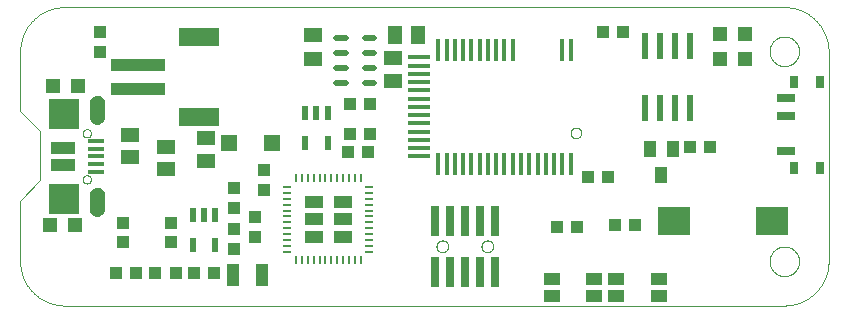
<source format=gtp>
G75*
%MOIN*%
%OFA0B0*%
%FSLAX25Y25*%
%IPPOS*%
%LPD*%
%AMOC8*
5,1,8,0,0,1.08239X$1,22.5*
%
%ADD10C,0.00000*%
%ADD11R,0.05906X0.04882*%
%ADD12R,0.03937X0.04331*%
%ADD13R,0.04724X0.04724*%
%ADD14R,0.04331X0.03937*%
%ADD15R,0.03937X0.03937*%
%ADD16R,0.05315X0.01575*%
%ADD17R,0.07874X0.03937*%
%ADD18R,0.09843X0.09843*%
%ADD19C,0.00500*%
%ADD20R,0.02165X0.04724*%
%ADD21R,0.05512X0.05512*%
%ADD22R,0.18110X0.03937*%
%ADD23R,0.13386X0.06299*%
%ADD24R,0.02953X0.00984*%
%ADD25R,0.00984X0.02953*%
%ADD26R,0.05906X0.03937*%
%ADD27R,0.04331X0.07480*%
%ADD28R,0.04882X0.05906*%
%ADD29R,0.01772X0.07283*%
%ADD30R,0.07283X0.01772*%
%ADD31C,0.02165*%
%ADD32R,0.06299X0.05118*%
%ADD33R,0.03937X0.05512*%
%ADD34R,0.10669X0.09488*%
%ADD35R,0.02992X0.10236*%
%ADD36R,0.02362X0.08661*%
%ADD37R,0.05512X0.04134*%
%ADD38R,0.05906X0.02756*%
%ADD39R,0.03150X0.03937*%
D10*
X0059095Y0057209D02*
X0299095Y0057209D01*
X0299451Y0057213D01*
X0299806Y0057226D01*
X0300162Y0057248D01*
X0300516Y0057278D01*
X0300870Y0057316D01*
X0301222Y0057364D01*
X0301574Y0057419D01*
X0301924Y0057483D01*
X0302272Y0057556D01*
X0302619Y0057637D01*
X0302963Y0057726D01*
X0303305Y0057824D01*
X0303645Y0057930D01*
X0303982Y0058044D01*
X0304316Y0058166D01*
X0304647Y0058296D01*
X0304975Y0058434D01*
X0305300Y0058580D01*
X0305621Y0058734D01*
X0305938Y0058896D01*
X0306251Y0059065D01*
X0306559Y0059241D01*
X0306864Y0059425D01*
X0307164Y0059617D01*
X0307459Y0059815D01*
X0307750Y0060021D01*
X0308035Y0060234D01*
X0308315Y0060453D01*
X0308590Y0060679D01*
X0308859Y0060912D01*
X0309122Y0061151D01*
X0309380Y0061397D01*
X0309631Y0061648D01*
X0309877Y0061906D01*
X0310116Y0062169D01*
X0310349Y0062438D01*
X0310575Y0062713D01*
X0310794Y0062993D01*
X0311007Y0063278D01*
X0311213Y0063569D01*
X0311411Y0063864D01*
X0311603Y0064164D01*
X0311787Y0064469D01*
X0311963Y0064777D01*
X0312132Y0065090D01*
X0312294Y0065407D01*
X0312448Y0065728D01*
X0312594Y0066053D01*
X0312732Y0066381D01*
X0312862Y0066712D01*
X0312984Y0067046D01*
X0313098Y0067383D01*
X0313204Y0067723D01*
X0313302Y0068065D01*
X0313391Y0068409D01*
X0313472Y0068756D01*
X0313545Y0069104D01*
X0313609Y0069454D01*
X0313664Y0069806D01*
X0313712Y0070158D01*
X0313750Y0070512D01*
X0313780Y0070866D01*
X0313802Y0071222D01*
X0313815Y0071577D01*
X0313819Y0071933D01*
X0313820Y0071933D02*
X0313820Y0141933D01*
X0313819Y0141933D02*
X0313815Y0142289D01*
X0313802Y0142644D01*
X0313780Y0143000D01*
X0313750Y0143354D01*
X0313712Y0143708D01*
X0313664Y0144060D01*
X0313609Y0144412D01*
X0313545Y0144762D01*
X0313472Y0145110D01*
X0313391Y0145457D01*
X0313302Y0145801D01*
X0313204Y0146143D01*
X0313098Y0146483D01*
X0312984Y0146820D01*
X0312862Y0147154D01*
X0312732Y0147485D01*
X0312594Y0147813D01*
X0312448Y0148138D01*
X0312294Y0148459D01*
X0312132Y0148776D01*
X0311963Y0149089D01*
X0311787Y0149397D01*
X0311603Y0149702D01*
X0311411Y0150002D01*
X0311213Y0150297D01*
X0311007Y0150588D01*
X0310794Y0150873D01*
X0310575Y0151153D01*
X0310349Y0151428D01*
X0310116Y0151697D01*
X0309877Y0151960D01*
X0309631Y0152218D01*
X0309380Y0152469D01*
X0309122Y0152715D01*
X0308859Y0152954D01*
X0308590Y0153187D01*
X0308315Y0153413D01*
X0308035Y0153632D01*
X0307750Y0153845D01*
X0307459Y0154051D01*
X0307164Y0154249D01*
X0306864Y0154441D01*
X0306559Y0154625D01*
X0306251Y0154801D01*
X0305938Y0154970D01*
X0305621Y0155132D01*
X0305300Y0155286D01*
X0304975Y0155432D01*
X0304647Y0155570D01*
X0304316Y0155700D01*
X0303982Y0155822D01*
X0303645Y0155936D01*
X0303305Y0156042D01*
X0302963Y0156140D01*
X0302619Y0156229D01*
X0302272Y0156310D01*
X0301924Y0156383D01*
X0301574Y0156447D01*
X0301222Y0156502D01*
X0300870Y0156550D01*
X0300516Y0156588D01*
X0300162Y0156618D01*
X0299806Y0156640D01*
X0299451Y0156653D01*
X0299095Y0156657D01*
X0059095Y0156657D01*
X0058739Y0156653D01*
X0058384Y0156640D01*
X0058028Y0156618D01*
X0057674Y0156588D01*
X0057320Y0156550D01*
X0056968Y0156502D01*
X0056616Y0156447D01*
X0056266Y0156383D01*
X0055918Y0156310D01*
X0055571Y0156229D01*
X0055227Y0156140D01*
X0054885Y0156042D01*
X0054545Y0155936D01*
X0054208Y0155822D01*
X0053874Y0155700D01*
X0053543Y0155570D01*
X0053215Y0155432D01*
X0052890Y0155286D01*
X0052569Y0155132D01*
X0052252Y0154970D01*
X0051939Y0154801D01*
X0051631Y0154625D01*
X0051326Y0154441D01*
X0051026Y0154249D01*
X0050731Y0154051D01*
X0050440Y0153845D01*
X0050155Y0153632D01*
X0049875Y0153413D01*
X0049600Y0153187D01*
X0049331Y0152954D01*
X0049068Y0152715D01*
X0048810Y0152469D01*
X0048559Y0152218D01*
X0048313Y0151960D01*
X0048074Y0151697D01*
X0047841Y0151428D01*
X0047615Y0151153D01*
X0047396Y0150873D01*
X0047183Y0150588D01*
X0046977Y0150297D01*
X0046779Y0150002D01*
X0046587Y0149702D01*
X0046403Y0149397D01*
X0046227Y0149089D01*
X0046058Y0148776D01*
X0045896Y0148459D01*
X0045742Y0148138D01*
X0045596Y0147813D01*
X0045458Y0147485D01*
X0045328Y0147154D01*
X0045206Y0146820D01*
X0045092Y0146483D01*
X0044986Y0146143D01*
X0044888Y0145801D01*
X0044799Y0145457D01*
X0044718Y0145110D01*
X0044645Y0144762D01*
X0044581Y0144412D01*
X0044526Y0144060D01*
X0044478Y0143708D01*
X0044440Y0143354D01*
X0044410Y0143000D01*
X0044388Y0142644D01*
X0044375Y0142289D01*
X0044371Y0141933D01*
X0044371Y0122157D01*
X0051095Y0115433D01*
X0051095Y0098933D01*
X0044371Y0092209D01*
X0044371Y0071933D01*
X0044375Y0071577D01*
X0044388Y0071222D01*
X0044410Y0070866D01*
X0044440Y0070512D01*
X0044478Y0070158D01*
X0044526Y0069806D01*
X0044581Y0069454D01*
X0044645Y0069104D01*
X0044718Y0068756D01*
X0044799Y0068409D01*
X0044888Y0068065D01*
X0044986Y0067723D01*
X0045092Y0067383D01*
X0045206Y0067046D01*
X0045328Y0066712D01*
X0045458Y0066381D01*
X0045596Y0066053D01*
X0045742Y0065728D01*
X0045896Y0065407D01*
X0046058Y0065090D01*
X0046227Y0064777D01*
X0046403Y0064469D01*
X0046587Y0064164D01*
X0046779Y0063864D01*
X0046977Y0063569D01*
X0047183Y0063278D01*
X0047396Y0062993D01*
X0047615Y0062713D01*
X0047841Y0062438D01*
X0048074Y0062169D01*
X0048313Y0061906D01*
X0048559Y0061648D01*
X0048810Y0061397D01*
X0049068Y0061151D01*
X0049331Y0060912D01*
X0049600Y0060679D01*
X0049875Y0060453D01*
X0050155Y0060234D01*
X0050440Y0060021D01*
X0050731Y0059815D01*
X0051026Y0059617D01*
X0051326Y0059425D01*
X0051631Y0059241D01*
X0051939Y0059065D01*
X0052252Y0058896D01*
X0052569Y0058734D01*
X0052890Y0058580D01*
X0053215Y0058434D01*
X0053543Y0058296D01*
X0053874Y0058166D01*
X0054208Y0058044D01*
X0054545Y0057930D01*
X0054885Y0057824D01*
X0055227Y0057726D01*
X0055571Y0057637D01*
X0055918Y0057556D01*
X0056266Y0057483D01*
X0056616Y0057419D01*
X0056968Y0057364D01*
X0057320Y0057316D01*
X0057674Y0057278D01*
X0058028Y0057248D01*
X0058384Y0057226D01*
X0058739Y0057213D01*
X0059095Y0057209D01*
X0057934Y0090988D02*
X0060296Y0090988D01*
X0060373Y0091000D01*
X0060449Y0091015D01*
X0060525Y0091034D01*
X0060599Y0091057D01*
X0060673Y0091083D01*
X0060744Y0091113D01*
X0060815Y0091147D01*
X0060883Y0091183D01*
X0060950Y0091224D01*
X0061015Y0091267D01*
X0061077Y0091313D01*
X0061138Y0091363D01*
X0061195Y0091415D01*
X0061250Y0091471D01*
X0061302Y0091528D01*
X0061352Y0091589D01*
X0061398Y0091651D01*
X0061441Y0091716D01*
X0061481Y0091783D01*
X0061518Y0091852D01*
X0061551Y0091922D01*
X0061581Y0091994D01*
X0061607Y0092068D01*
X0061629Y0092142D01*
X0061648Y0092218D01*
X0061663Y0092294D01*
X0061674Y0092371D01*
X0061682Y0092449D01*
X0061686Y0092527D01*
X0061685Y0092605D01*
X0061682Y0092682D01*
X0061674Y0092760D01*
X0061682Y0092838D01*
X0061685Y0092915D01*
X0061686Y0092993D01*
X0061682Y0093071D01*
X0061674Y0093149D01*
X0061663Y0093226D01*
X0061648Y0093302D01*
X0061629Y0093378D01*
X0061607Y0093452D01*
X0061581Y0093526D01*
X0061551Y0093598D01*
X0061518Y0093668D01*
X0061481Y0093737D01*
X0061441Y0093804D01*
X0061398Y0093869D01*
X0061352Y0093931D01*
X0061302Y0093992D01*
X0061250Y0094049D01*
X0061195Y0094105D01*
X0061138Y0094157D01*
X0061077Y0094207D01*
X0061015Y0094253D01*
X0060950Y0094296D01*
X0060883Y0094337D01*
X0060815Y0094373D01*
X0060744Y0094407D01*
X0060673Y0094437D01*
X0060599Y0094463D01*
X0060525Y0094486D01*
X0060449Y0094505D01*
X0060373Y0094520D01*
X0060296Y0094532D01*
X0060296Y0094531D02*
X0057934Y0094531D01*
X0057934Y0094532D02*
X0057857Y0094520D01*
X0057781Y0094505D01*
X0057705Y0094486D01*
X0057631Y0094463D01*
X0057557Y0094437D01*
X0057486Y0094407D01*
X0057415Y0094373D01*
X0057347Y0094337D01*
X0057280Y0094296D01*
X0057215Y0094253D01*
X0057153Y0094207D01*
X0057092Y0094157D01*
X0057035Y0094105D01*
X0056980Y0094049D01*
X0056928Y0093992D01*
X0056878Y0093931D01*
X0056832Y0093869D01*
X0056789Y0093804D01*
X0056749Y0093737D01*
X0056712Y0093668D01*
X0056679Y0093598D01*
X0056649Y0093526D01*
X0056623Y0093452D01*
X0056601Y0093378D01*
X0056582Y0093302D01*
X0056567Y0093226D01*
X0056556Y0093149D01*
X0056548Y0093071D01*
X0056544Y0092993D01*
X0056545Y0092915D01*
X0056548Y0092838D01*
X0056556Y0092760D01*
X0056548Y0092682D01*
X0056545Y0092605D01*
X0056544Y0092527D01*
X0056548Y0092449D01*
X0056556Y0092371D01*
X0056567Y0092294D01*
X0056582Y0092218D01*
X0056601Y0092142D01*
X0056623Y0092068D01*
X0056649Y0091994D01*
X0056679Y0091922D01*
X0056712Y0091852D01*
X0056749Y0091783D01*
X0056789Y0091716D01*
X0056832Y0091651D01*
X0056878Y0091589D01*
X0056928Y0091528D01*
X0056980Y0091471D01*
X0057035Y0091415D01*
X0057092Y0091363D01*
X0057153Y0091313D01*
X0057215Y0091267D01*
X0057280Y0091224D01*
X0057347Y0091183D01*
X0057415Y0091147D01*
X0057486Y0091113D01*
X0057557Y0091083D01*
X0057631Y0091057D01*
X0057705Y0091034D01*
X0057781Y0091015D01*
X0057857Y0091000D01*
X0057934Y0090988D01*
X0065217Y0099256D02*
X0065219Y0099330D01*
X0065225Y0099404D01*
X0065235Y0099477D01*
X0065249Y0099550D01*
X0065266Y0099622D01*
X0065288Y0099692D01*
X0065313Y0099762D01*
X0065342Y0099830D01*
X0065375Y0099896D01*
X0065411Y0099961D01*
X0065451Y0100023D01*
X0065493Y0100084D01*
X0065539Y0100142D01*
X0065588Y0100197D01*
X0065640Y0100250D01*
X0065695Y0100300D01*
X0065752Y0100346D01*
X0065812Y0100390D01*
X0065874Y0100430D01*
X0065938Y0100467D01*
X0066004Y0100501D01*
X0066072Y0100531D01*
X0066141Y0100557D01*
X0066212Y0100580D01*
X0066283Y0100598D01*
X0066356Y0100613D01*
X0066429Y0100624D01*
X0066503Y0100631D01*
X0066577Y0100634D01*
X0066650Y0100633D01*
X0066724Y0100628D01*
X0066798Y0100619D01*
X0066871Y0100606D01*
X0066943Y0100589D01*
X0067014Y0100569D01*
X0067084Y0100544D01*
X0067152Y0100516D01*
X0067219Y0100485D01*
X0067284Y0100449D01*
X0067347Y0100411D01*
X0067408Y0100369D01*
X0067467Y0100323D01*
X0067523Y0100275D01*
X0067576Y0100224D01*
X0067626Y0100170D01*
X0067674Y0100113D01*
X0067718Y0100054D01*
X0067760Y0099992D01*
X0067798Y0099929D01*
X0067832Y0099863D01*
X0067863Y0099796D01*
X0067890Y0099727D01*
X0067913Y0099657D01*
X0067933Y0099586D01*
X0067949Y0099513D01*
X0067961Y0099440D01*
X0067969Y0099367D01*
X0067973Y0099293D01*
X0067973Y0099219D01*
X0067969Y0099145D01*
X0067961Y0099072D01*
X0067949Y0098999D01*
X0067933Y0098926D01*
X0067913Y0098855D01*
X0067890Y0098785D01*
X0067863Y0098716D01*
X0067832Y0098649D01*
X0067798Y0098583D01*
X0067760Y0098520D01*
X0067718Y0098458D01*
X0067674Y0098399D01*
X0067626Y0098342D01*
X0067576Y0098288D01*
X0067523Y0098237D01*
X0067467Y0098189D01*
X0067408Y0098143D01*
X0067347Y0098101D01*
X0067284Y0098063D01*
X0067219Y0098027D01*
X0067152Y0097996D01*
X0067084Y0097968D01*
X0067014Y0097943D01*
X0066943Y0097923D01*
X0066871Y0097906D01*
X0066798Y0097893D01*
X0066724Y0097884D01*
X0066650Y0097879D01*
X0066577Y0097878D01*
X0066503Y0097881D01*
X0066429Y0097888D01*
X0066356Y0097899D01*
X0066283Y0097914D01*
X0066212Y0097932D01*
X0066141Y0097955D01*
X0066072Y0097981D01*
X0066004Y0098011D01*
X0065938Y0098045D01*
X0065874Y0098082D01*
X0065812Y0098122D01*
X0065752Y0098166D01*
X0065695Y0098212D01*
X0065640Y0098262D01*
X0065588Y0098315D01*
X0065539Y0098370D01*
X0065493Y0098428D01*
X0065451Y0098489D01*
X0065411Y0098551D01*
X0065375Y0098616D01*
X0065342Y0098682D01*
X0065313Y0098750D01*
X0065288Y0098820D01*
X0065266Y0098890D01*
X0065249Y0098962D01*
X0065235Y0099035D01*
X0065225Y0099108D01*
X0065219Y0099182D01*
X0065217Y0099256D01*
X0065217Y0114610D02*
X0065219Y0114684D01*
X0065225Y0114758D01*
X0065235Y0114831D01*
X0065249Y0114904D01*
X0065266Y0114976D01*
X0065288Y0115046D01*
X0065313Y0115116D01*
X0065342Y0115184D01*
X0065375Y0115250D01*
X0065411Y0115315D01*
X0065451Y0115377D01*
X0065493Y0115438D01*
X0065539Y0115496D01*
X0065588Y0115551D01*
X0065640Y0115604D01*
X0065695Y0115654D01*
X0065752Y0115700D01*
X0065812Y0115744D01*
X0065874Y0115784D01*
X0065938Y0115821D01*
X0066004Y0115855D01*
X0066072Y0115885D01*
X0066141Y0115911D01*
X0066212Y0115934D01*
X0066283Y0115952D01*
X0066356Y0115967D01*
X0066429Y0115978D01*
X0066503Y0115985D01*
X0066577Y0115988D01*
X0066650Y0115987D01*
X0066724Y0115982D01*
X0066798Y0115973D01*
X0066871Y0115960D01*
X0066943Y0115943D01*
X0067014Y0115923D01*
X0067084Y0115898D01*
X0067152Y0115870D01*
X0067219Y0115839D01*
X0067284Y0115803D01*
X0067347Y0115765D01*
X0067408Y0115723D01*
X0067467Y0115677D01*
X0067523Y0115629D01*
X0067576Y0115578D01*
X0067626Y0115524D01*
X0067674Y0115467D01*
X0067718Y0115408D01*
X0067760Y0115346D01*
X0067798Y0115283D01*
X0067832Y0115217D01*
X0067863Y0115150D01*
X0067890Y0115081D01*
X0067913Y0115011D01*
X0067933Y0114940D01*
X0067949Y0114867D01*
X0067961Y0114794D01*
X0067969Y0114721D01*
X0067973Y0114647D01*
X0067973Y0114573D01*
X0067969Y0114499D01*
X0067961Y0114426D01*
X0067949Y0114353D01*
X0067933Y0114280D01*
X0067913Y0114209D01*
X0067890Y0114139D01*
X0067863Y0114070D01*
X0067832Y0114003D01*
X0067798Y0113937D01*
X0067760Y0113874D01*
X0067718Y0113812D01*
X0067674Y0113753D01*
X0067626Y0113696D01*
X0067576Y0113642D01*
X0067523Y0113591D01*
X0067467Y0113543D01*
X0067408Y0113497D01*
X0067347Y0113455D01*
X0067284Y0113417D01*
X0067219Y0113381D01*
X0067152Y0113350D01*
X0067084Y0113322D01*
X0067014Y0113297D01*
X0066943Y0113277D01*
X0066871Y0113260D01*
X0066798Y0113247D01*
X0066724Y0113238D01*
X0066650Y0113233D01*
X0066577Y0113232D01*
X0066503Y0113235D01*
X0066429Y0113242D01*
X0066356Y0113253D01*
X0066283Y0113268D01*
X0066212Y0113286D01*
X0066141Y0113309D01*
X0066072Y0113335D01*
X0066004Y0113365D01*
X0065938Y0113399D01*
X0065874Y0113436D01*
X0065812Y0113476D01*
X0065752Y0113520D01*
X0065695Y0113566D01*
X0065640Y0113616D01*
X0065588Y0113669D01*
X0065539Y0113724D01*
X0065493Y0113782D01*
X0065451Y0113843D01*
X0065411Y0113905D01*
X0065375Y0113970D01*
X0065342Y0114036D01*
X0065313Y0114104D01*
X0065288Y0114174D01*
X0065266Y0114244D01*
X0065249Y0114316D01*
X0065235Y0114389D01*
X0065225Y0114462D01*
X0065219Y0114536D01*
X0065217Y0114610D01*
X0060296Y0119335D02*
X0058131Y0119335D01*
X0058130Y0119334D02*
X0058056Y0119331D01*
X0057981Y0119332D01*
X0057906Y0119336D01*
X0057831Y0119345D01*
X0057757Y0119357D01*
X0057684Y0119373D01*
X0057611Y0119392D01*
X0057540Y0119415D01*
X0057470Y0119442D01*
X0057401Y0119472D01*
X0057334Y0119506D01*
X0057269Y0119543D01*
X0057206Y0119583D01*
X0057145Y0119626D01*
X0057086Y0119673D01*
X0057030Y0119722D01*
X0056976Y0119774D01*
X0056925Y0119829D01*
X0056876Y0119887D01*
X0056831Y0119946D01*
X0056789Y0120008D01*
X0056750Y0120072D01*
X0056714Y0120138D01*
X0056681Y0120206D01*
X0056652Y0120275D01*
X0056627Y0120346D01*
X0056605Y0120417D01*
X0056587Y0120490D01*
X0056573Y0120564D01*
X0056562Y0120638D01*
X0056555Y0120713D01*
X0056556Y0120713D02*
X0056556Y0121500D01*
X0056555Y0121500D02*
X0056562Y0121575D01*
X0056573Y0121649D01*
X0056587Y0121723D01*
X0056605Y0121796D01*
X0056627Y0121867D01*
X0056652Y0121938D01*
X0056681Y0122007D01*
X0056714Y0122075D01*
X0056750Y0122141D01*
X0056789Y0122205D01*
X0056831Y0122267D01*
X0056876Y0122326D01*
X0056925Y0122384D01*
X0056976Y0122439D01*
X0057030Y0122491D01*
X0057086Y0122540D01*
X0057145Y0122587D01*
X0057206Y0122630D01*
X0057269Y0122670D01*
X0057334Y0122707D01*
X0057401Y0122741D01*
X0057470Y0122771D01*
X0057540Y0122798D01*
X0057611Y0122821D01*
X0057684Y0122840D01*
X0057757Y0122856D01*
X0057831Y0122868D01*
X0057906Y0122877D01*
X0057981Y0122881D01*
X0058056Y0122882D01*
X0058130Y0122879D01*
X0058131Y0122878D02*
X0060296Y0122878D01*
X0060368Y0122876D01*
X0060440Y0122870D01*
X0060512Y0122861D01*
X0060583Y0122848D01*
X0060653Y0122831D01*
X0060722Y0122811D01*
X0060790Y0122786D01*
X0060856Y0122759D01*
X0060922Y0122728D01*
X0060985Y0122693D01*
X0061047Y0122656D01*
X0061106Y0122615D01*
X0061163Y0122571D01*
X0061218Y0122524D01*
X0061270Y0122474D01*
X0061320Y0122422D01*
X0061367Y0122367D01*
X0061411Y0122310D01*
X0061452Y0122251D01*
X0061489Y0122189D01*
X0061524Y0122126D01*
X0061555Y0122060D01*
X0061582Y0121994D01*
X0061607Y0121926D01*
X0061627Y0121857D01*
X0061644Y0121787D01*
X0061657Y0121716D01*
X0061666Y0121644D01*
X0061672Y0121572D01*
X0061674Y0121500D01*
X0061674Y0120713D01*
X0061672Y0120641D01*
X0061666Y0120569D01*
X0061657Y0120497D01*
X0061644Y0120426D01*
X0061627Y0120356D01*
X0061607Y0120287D01*
X0061582Y0120219D01*
X0061555Y0120153D01*
X0061524Y0120087D01*
X0061489Y0120024D01*
X0061452Y0119962D01*
X0061411Y0119903D01*
X0061367Y0119846D01*
X0061320Y0119791D01*
X0061270Y0119739D01*
X0061218Y0119689D01*
X0061163Y0119642D01*
X0061106Y0119598D01*
X0061047Y0119557D01*
X0060985Y0119520D01*
X0060922Y0119485D01*
X0060856Y0119454D01*
X0060790Y0119427D01*
X0060722Y0119402D01*
X0060653Y0119382D01*
X0060583Y0119365D01*
X0060512Y0119352D01*
X0060440Y0119343D01*
X0060368Y0119337D01*
X0060296Y0119335D01*
X0183126Y0076933D02*
X0183128Y0077021D01*
X0183134Y0077109D01*
X0183144Y0077197D01*
X0183158Y0077285D01*
X0183175Y0077371D01*
X0183197Y0077457D01*
X0183222Y0077541D01*
X0183252Y0077625D01*
X0183284Y0077707D01*
X0183321Y0077787D01*
X0183361Y0077866D01*
X0183405Y0077943D01*
X0183452Y0078018D01*
X0183502Y0078090D01*
X0183556Y0078161D01*
X0183612Y0078228D01*
X0183672Y0078294D01*
X0183734Y0078356D01*
X0183800Y0078416D01*
X0183867Y0078472D01*
X0183938Y0078526D01*
X0184010Y0078576D01*
X0184085Y0078623D01*
X0184162Y0078667D01*
X0184241Y0078707D01*
X0184321Y0078744D01*
X0184403Y0078776D01*
X0184487Y0078806D01*
X0184571Y0078831D01*
X0184657Y0078853D01*
X0184743Y0078870D01*
X0184831Y0078884D01*
X0184919Y0078894D01*
X0185007Y0078900D01*
X0185095Y0078902D01*
X0185183Y0078900D01*
X0185271Y0078894D01*
X0185359Y0078884D01*
X0185447Y0078870D01*
X0185533Y0078853D01*
X0185619Y0078831D01*
X0185703Y0078806D01*
X0185787Y0078776D01*
X0185869Y0078744D01*
X0185949Y0078707D01*
X0186028Y0078667D01*
X0186105Y0078623D01*
X0186180Y0078576D01*
X0186252Y0078526D01*
X0186323Y0078472D01*
X0186390Y0078416D01*
X0186456Y0078356D01*
X0186518Y0078294D01*
X0186578Y0078228D01*
X0186634Y0078161D01*
X0186688Y0078090D01*
X0186738Y0078018D01*
X0186785Y0077943D01*
X0186829Y0077866D01*
X0186869Y0077787D01*
X0186906Y0077707D01*
X0186938Y0077625D01*
X0186968Y0077541D01*
X0186993Y0077457D01*
X0187015Y0077371D01*
X0187032Y0077285D01*
X0187046Y0077197D01*
X0187056Y0077109D01*
X0187062Y0077021D01*
X0187064Y0076933D01*
X0187062Y0076845D01*
X0187056Y0076757D01*
X0187046Y0076669D01*
X0187032Y0076581D01*
X0187015Y0076495D01*
X0186993Y0076409D01*
X0186968Y0076325D01*
X0186938Y0076241D01*
X0186906Y0076159D01*
X0186869Y0076079D01*
X0186829Y0076000D01*
X0186785Y0075923D01*
X0186738Y0075848D01*
X0186688Y0075776D01*
X0186634Y0075705D01*
X0186578Y0075638D01*
X0186518Y0075572D01*
X0186456Y0075510D01*
X0186390Y0075450D01*
X0186323Y0075394D01*
X0186252Y0075340D01*
X0186180Y0075290D01*
X0186105Y0075243D01*
X0186028Y0075199D01*
X0185949Y0075159D01*
X0185869Y0075122D01*
X0185787Y0075090D01*
X0185703Y0075060D01*
X0185619Y0075035D01*
X0185533Y0075013D01*
X0185447Y0074996D01*
X0185359Y0074982D01*
X0185271Y0074972D01*
X0185183Y0074966D01*
X0185095Y0074964D01*
X0185007Y0074966D01*
X0184919Y0074972D01*
X0184831Y0074982D01*
X0184743Y0074996D01*
X0184657Y0075013D01*
X0184571Y0075035D01*
X0184487Y0075060D01*
X0184403Y0075090D01*
X0184321Y0075122D01*
X0184241Y0075159D01*
X0184162Y0075199D01*
X0184085Y0075243D01*
X0184010Y0075290D01*
X0183938Y0075340D01*
X0183867Y0075394D01*
X0183800Y0075450D01*
X0183734Y0075510D01*
X0183672Y0075572D01*
X0183612Y0075638D01*
X0183556Y0075705D01*
X0183502Y0075776D01*
X0183452Y0075848D01*
X0183405Y0075923D01*
X0183361Y0076000D01*
X0183321Y0076079D01*
X0183284Y0076159D01*
X0183252Y0076241D01*
X0183222Y0076325D01*
X0183197Y0076409D01*
X0183175Y0076495D01*
X0183158Y0076581D01*
X0183144Y0076669D01*
X0183134Y0076757D01*
X0183128Y0076845D01*
X0183126Y0076933D01*
X0198126Y0076933D02*
X0198128Y0077021D01*
X0198134Y0077109D01*
X0198144Y0077197D01*
X0198158Y0077285D01*
X0198175Y0077371D01*
X0198197Y0077457D01*
X0198222Y0077541D01*
X0198252Y0077625D01*
X0198284Y0077707D01*
X0198321Y0077787D01*
X0198361Y0077866D01*
X0198405Y0077943D01*
X0198452Y0078018D01*
X0198502Y0078090D01*
X0198556Y0078161D01*
X0198612Y0078228D01*
X0198672Y0078294D01*
X0198734Y0078356D01*
X0198800Y0078416D01*
X0198867Y0078472D01*
X0198938Y0078526D01*
X0199010Y0078576D01*
X0199085Y0078623D01*
X0199162Y0078667D01*
X0199241Y0078707D01*
X0199321Y0078744D01*
X0199403Y0078776D01*
X0199487Y0078806D01*
X0199571Y0078831D01*
X0199657Y0078853D01*
X0199743Y0078870D01*
X0199831Y0078884D01*
X0199919Y0078894D01*
X0200007Y0078900D01*
X0200095Y0078902D01*
X0200183Y0078900D01*
X0200271Y0078894D01*
X0200359Y0078884D01*
X0200447Y0078870D01*
X0200533Y0078853D01*
X0200619Y0078831D01*
X0200703Y0078806D01*
X0200787Y0078776D01*
X0200869Y0078744D01*
X0200949Y0078707D01*
X0201028Y0078667D01*
X0201105Y0078623D01*
X0201180Y0078576D01*
X0201252Y0078526D01*
X0201323Y0078472D01*
X0201390Y0078416D01*
X0201456Y0078356D01*
X0201518Y0078294D01*
X0201578Y0078228D01*
X0201634Y0078161D01*
X0201688Y0078090D01*
X0201738Y0078018D01*
X0201785Y0077943D01*
X0201829Y0077866D01*
X0201869Y0077787D01*
X0201906Y0077707D01*
X0201938Y0077625D01*
X0201968Y0077541D01*
X0201993Y0077457D01*
X0202015Y0077371D01*
X0202032Y0077285D01*
X0202046Y0077197D01*
X0202056Y0077109D01*
X0202062Y0077021D01*
X0202064Y0076933D01*
X0202062Y0076845D01*
X0202056Y0076757D01*
X0202046Y0076669D01*
X0202032Y0076581D01*
X0202015Y0076495D01*
X0201993Y0076409D01*
X0201968Y0076325D01*
X0201938Y0076241D01*
X0201906Y0076159D01*
X0201869Y0076079D01*
X0201829Y0076000D01*
X0201785Y0075923D01*
X0201738Y0075848D01*
X0201688Y0075776D01*
X0201634Y0075705D01*
X0201578Y0075638D01*
X0201518Y0075572D01*
X0201456Y0075510D01*
X0201390Y0075450D01*
X0201323Y0075394D01*
X0201252Y0075340D01*
X0201180Y0075290D01*
X0201105Y0075243D01*
X0201028Y0075199D01*
X0200949Y0075159D01*
X0200869Y0075122D01*
X0200787Y0075090D01*
X0200703Y0075060D01*
X0200619Y0075035D01*
X0200533Y0075013D01*
X0200447Y0074996D01*
X0200359Y0074982D01*
X0200271Y0074972D01*
X0200183Y0074966D01*
X0200095Y0074964D01*
X0200007Y0074966D01*
X0199919Y0074972D01*
X0199831Y0074982D01*
X0199743Y0074996D01*
X0199657Y0075013D01*
X0199571Y0075035D01*
X0199487Y0075060D01*
X0199403Y0075090D01*
X0199321Y0075122D01*
X0199241Y0075159D01*
X0199162Y0075199D01*
X0199085Y0075243D01*
X0199010Y0075290D01*
X0198938Y0075340D01*
X0198867Y0075394D01*
X0198800Y0075450D01*
X0198734Y0075510D01*
X0198672Y0075572D01*
X0198612Y0075638D01*
X0198556Y0075705D01*
X0198502Y0075776D01*
X0198452Y0075848D01*
X0198405Y0075923D01*
X0198361Y0076000D01*
X0198321Y0076079D01*
X0198284Y0076159D01*
X0198252Y0076241D01*
X0198222Y0076325D01*
X0198197Y0076409D01*
X0198175Y0076495D01*
X0198158Y0076581D01*
X0198144Y0076669D01*
X0198134Y0076757D01*
X0198128Y0076845D01*
X0198126Y0076933D01*
X0227843Y0114772D02*
X0227845Y0114856D01*
X0227851Y0114939D01*
X0227861Y0115022D01*
X0227875Y0115105D01*
X0227892Y0115187D01*
X0227914Y0115268D01*
X0227939Y0115347D01*
X0227968Y0115426D01*
X0228001Y0115503D01*
X0228037Y0115578D01*
X0228077Y0115652D01*
X0228120Y0115724D01*
X0228167Y0115793D01*
X0228217Y0115860D01*
X0228270Y0115925D01*
X0228326Y0115987D01*
X0228384Y0116047D01*
X0228446Y0116104D01*
X0228510Y0116157D01*
X0228577Y0116208D01*
X0228646Y0116255D01*
X0228717Y0116300D01*
X0228790Y0116340D01*
X0228865Y0116377D01*
X0228942Y0116411D01*
X0229020Y0116441D01*
X0229099Y0116467D01*
X0229180Y0116490D01*
X0229262Y0116508D01*
X0229344Y0116523D01*
X0229427Y0116534D01*
X0229510Y0116541D01*
X0229594Y0116544D01*
X0229678Y0116543D01*
X0229761Y0116538D01*
X0229845Y0116529D01*
X0229927Y0116516D01*
X0230009Y0116500D01*
X0230090Y0116479D01*
X0230171Y0116455D01*
X0230249Y0116427D01*
X0230327Y0116395D01*
X0230403Y0116359D01*
X0230477Y0116320D01*
X0230549Y0116278D01*
X0230619Y0116232D01*
X0230687Y0116183D01*
X0230752Y0116131D01*
X0230815Y0116076D01*
X0230875Y0116018D01*
X0230933Y0115957D01*
X0230987Y0115893D01*
X0231039Y0115827D01*
X0231087Y0115759D01*
X0231132Y0115688D01*
X0231173Y0115615D01*
X0231212Y0115541D01*
X0231246Y0115465D01*
X0231277Y0115387D01*
X0231304Y0115308D01*
X0231328Y0115227D01*
X0231347Y0115146D01*
X0231363Y0115064D01*
X0231375Y0114981D01*
X0231383Y0114897D01*
X0231387Y0114814D01*
X0231387Y0114730D01*
X0231383Y0114647D01*
X0231375Y0114563D01*
X0231363Y0114480D01*
X0231347Y0114398D01*
X0231328Y0114317D01*
X0231304Y0114236D01*
X0231277Y0114157D01*
X0231246Y0114079D01*
X0231212Y0114003D01*
X0231173Y0113929D01*
X0231132Y0113856D01*
X0231087Y0113785D01*
X0231039Y0113717D01*
X0230987Y0113651D01*
X0230933Y0113587D01*
X0230875Y0113526D01*
X0230815Y0113468D01*
X0230752Y0113413D01*
X0230687Y0113361D01*
X0230619Y0113312D01*
X0230549Y0113266D01*
X0230477Y0113224D01*
X0230403Y0113185D01*
X0230327Y0113149D01*
X0230249Y0113117D01*
X0230171Y0113089D01*
X0230090Y0113065D01*
X0230009Y0113044D01*
X0229927Y0113028D01*
X0229845Y0113015D01*
X0229761Y0113006D01*
X0229678Y0113001D01*
X0229594Y0113000D01*
X0229510Y0113003D01*
X0229427Y0113010D01*
X0229344Y0113021D01*
X0229262Y0113036D01*
X0229180Y0113054D01*
X0229099Y0113077D01*
X0229020Y0113103D01*
X0228942Y0113133D01*
X0228865Y0113167D01*
X0228790Y0113204D01*
X0228717Y0113244D01*
X0228646Y0113289D01*
X0228577Y0113336D01*
X0228510Y0113387D01*
X0228446Y0113440D01*
X0228384Y0113497D01*
X0228326Y0113557D01*
X0228270Y0113619D01*
X0228217Y0113684D01*
X0228167Y0113751D01*
X0228120Y0113820D01*
X0228077Y0113892D01*
X0228037Y0113966D01*
X0228001Y0114041D01*
X0227968Y0114118D01*
X0227939Y0114197D01*
X0227914Y0114276D01*
X0227892Y0114357D01*
X0227875Y0114439D01*
X0227861Y0114522D01*
X0227851Y0114605D01*
X0227845Y0114688D01*
X0227843Y0114772D01*
X0294174Y0141933D02*
X0294176Y0142073D01*
X0294182Y0142213D01*
X0294192Y0142352D01*
X0294206Y0142491D01*
X0294224Y0142630D01*
X0294245Y0142768D01*
X0294271Y0142906D01*
X0294301Y0143043D01*
X0294334Y0143178D01*
X0294372Y0143313D01*
X0294413Y0143447D01*
X0294458Y0143580D01*
X0294506Y0143711D01*
X0294559Y0143840D01*
X0294615Y0143969D01*
X0294674Y0144095D01*
X0294738Y0144220D01*
X0294804Y0144343D01*
X0294875Y0144464D01*
X0294948Y0144583D01*
X0295025Y0144700D01*
X0295106Y0144814D01*
X0295189Y0144926D01*
X0295276Y0145036D01*
X0295366Y0145144D01*
X0295458Y0145248D01*
X0295554Y0145350D01*
X0295653Y0145450D01*
X0295754Y0145546D01*
X0295858Y0145640D01*
X0295965Y0145730D01*
X0296074Y0145817D01*
X0296186Y0145902D01*
X0296300Y0145983D01*
X0296416Y0146061D01*
X0296534Y0146135D01*
X0296655Y0146206D01*
X0296777Y0146274D01*
X0296902Y0146338D01*
X0297028Y0146399D01*
X0297155Y0146456D01*
X0297285Y0146509D01*
X0297416Y0146559D01*
X0297548Y0146604D01*
X0297681Y0146647D01*
X0297816Y0146685D01*
X0297951Y0146719D01*
X0298088Y0146750D01*
X0298225Y0146777D01*
X0298363Y0146799D01*
X0298502Y0146818D01*
X0298641Y0146833D01*
X0298780Y0146844D01*
X0298920Y0146851D01*
X0299060Y0146854D01*
X0299200Y0146853D01*
X0299340Y0146848D01*
X0299479Y0146839D01*
X0299619Y0146826D01*
X0299758Y0146809D01*
X0299896Y0146788D01*
X0300034Y0146764D01*
X0300171Y0146735D01*
X0300307Y0146703D01*
X0300442Y0146666D01*
X0300576Y0146626D01*
X0300709Y0146582D01*
X0300840Y0146534D01*
X0300970Y0146483D01*
X0301099Y0146428D01*
X0301226Y0146369D01*
X0301351Y0146306D01*
X0301474Y0146241D01*
X0301596Y0146171D01*
X0301715Y0146098D01*
X0301833Y0146022D01*
X0301948Y0145943D01*
X0302061Y0145860D01*
X0302171Y0145774D01*
X0302279Y0145685D01*
X0302384Y0145593D01*
X0302487Y0145498D01*
X0302587Y0145400D01*
X0302684Y0145300D01*
X0302778Y0145196D01*
X0302870Y0145090D01*
X0302958Y0144982D01*
X0303043Y0144871D01*
X0303125Y0144757D01*
X0303204Y0144641D01*
X0303279Y0144524D01*
X0303351Y0144404D01*
X0303419Y0144282D01*
X0303484Y0144158D01*
X0303546Y0144032D01*
X0303604Y0143905D01*
X0303658Y0143776D01*
X0303709Y0143645D01*
X0303755Y0143513D01*
X0303798Y0143380D01*
X0303838Y0143246D01*
X0303873Y0143111D01*
X0303905Y0142974D01*
X0303932Y0142837D01*
X0303956Y0142699D01*
X0303976Y0142561D01*
X0303992Y0142422D01*
X0304004Y0142282D01*
X0304012Y0142143D01*
X0304016Y0142003D01*
X0304016Y0141863D01*
X0304012Y0141723D01*
X0304004Y0141584D01*
X0303992Y0141444D01*
X0303976Y0141305D01*
X0303956Y0141167D01*
X0303932Y0141029D01*
X0303905Y0140892D01*
X0303873Y0140755D01*
X0303838Y0140620D01*
X0303798Y0140486D01*
X0303755Y0140353D01*
X0303709Y0140221D01*
X0303658Y0140090D01*
X0303604Y0139961D01*
X0303546Y0139834D01*
X0303484Y0139708D01*
X0303419Y0139584D01*
X0303351Y0139462D01*
X0303279Y0139342D01*
X0303204Y0139225D01*
X0303125Y0139109D01*
X0303043Y0138995D01*
X0302958Y0138884D01*
X0302870Y0138776D01*
X0302778Y0138670D01*
X0302684Y0138566D01*
X0302587Y0138466D01*
X0302487Y0138368D01*
X0302384Y0138273D01*
X0302279Y0138181D01*
X0302171Y0138092D01*
X0302061Y0138006D01*
X0301948Y0137923D01*
X0301833Y0137844D01*
X0301715Y0137768D01*
X0301596Y0137695D01*
X0301474Y0137625D01*
X0301351Y0137560D01*
X0301226Y0137497D01*
X0301099Y0137438D01*
X0300970Y0137383D01*
X0300840Y0137332D01*
X0300709Y0137284D01*
X0300576Y0137240D01*
X0300442Y0137200D01*
X0300307Y0137163D01*
X0300171Y0137131D01*
X0300034Y0137102D01*
X0299896Y0137078D01*
X0299758Y0137057D01*
X0299619Y0137040D01*
X0299479Y0137027D01*
X0299340Y0137018D01*
X0299200Y0137013D01*
X0299060Y0137012D01*
X0298920Y0137015D01*
X0298780Y0137022D01*
X0298641Y0137033D01*
X0298502Y0137048D01*
X0298363Y0137067D01*
X0298225Y0137089D01*
X0298088Y0137116D01*
X0297951Y0137147D01*
X0297816Y0137181D01*
X0297681Y0137219D01*
X0297548Y0137262D01*
X0297416Y0137307D01*
X0297285Y0137357D01*
X0297155Y0137410D01*
X0297028Y0137467D01*
X0296902Y0137528D01*
X0296777Y0137592D01*
X0296655Y0137660D01*
X0296534Y0137731D01*
X0296416Y0137805D01*
X0296300Y0137883D01*
X0296186Y0137964D01*
X0296074Y0138049D01*
X0295965Y0138136D01*
X0295858Y0138226D01*
X0295754Y0138320D01*
X0295653Y0138416D01*
X0295554Y0138516D01*
X0295458Y0138618D01*
X0295366Y0138722D01*
X0295276Y0138830D01*
X0295189Y0138940D01*
X0295106Y0139052D01*
X0295025Y0139166D01*
X0294948Y0139283D01*
X0294875Y0139402D01*
X0294804Y0139523D01*
X0294738Y0139646D01*
X0294674Y0139771D01*
X0294615Y0139897D01*
X0294559Y0140026D01*
X0294506Y0140155D01*
X0294458Y0140286D01*
X0294413Y0140419D01*
X0294372Y0140553D01*
X0294334Y0140688D01*
X0294301Y0140823D01*
X0294271Y0140960D01*
X0294245Y0141098D01*
X0294224Y0141236D01*
X0294206Y0141375D01*
X0294192Y0141514D01*
X0294182Y0141653D01*
X0294176Y0141793D01*
X0294174Y0141933D01*
X0294174Y0071933D02*
X0294176Y0072073D01*
X0294182Y0072213D01*
X0294192Y0072352D01*
X0294206Y0072491D01*
X0294224Y0072630D01*
X0294245Y0072768D01*
X0294271Y0072906D01*
X0294301Y0073043D01*
X0294334Y0073178D01*
X0294372Y0073313D01*
X0294413Y0073447D01*
X0294458Y0073580D01*
X0294506Y0073711D01*
X0294559Y0073840D01*
X0294615Y0073969D01*
X0294674Y0074095D01*
X0294738Y0074220D01*
X0294804Y0074343D01*
X0294875Y0074464D01*
X0294948Y0074583D01*
X0295025Y0074700D01*
X0295106Y0074814D01*
X0295189Y0074926D01*
X0295276Y0075036D01*
X0295366Y0075144D01*
X0295458Y0075248D01*
X0295554Y0075350D01*
X0295653Y0075450D01*
X0295754Y0075546D01*
X0295858Y0075640D01*
X0295965Y0075730D01*
X0296074Y0075817D01*
X0296186Y0075902D01*
X0296300Y0075983D01*
X0296416Y0076061D01*
X0296534Y0076135D01*
X0296655Y0076206D01*
X0296777Y0076274D01*
X0296902Y0076338D01*
X0297028Y0076399D01*
X0297155Y0076456D01*
X0297285Y0076509D01*
X0297416Y0076559D01*
X0297548Y0076604D01*
X0297681Y0076647D01*
X0297816Y0076685D01*
X0297951Y0076719D01*
X0298088Y0076750D01*
X0298225Y0076777D01*
X0298363Y0076799D01*
X0298502Y0076818D01*
X0298641Y0076833D01*
X0298780Y0076844D01*
X0298920Y0076851D01*
X0299060Y0076854D01*
X0299200Y0076853D01*
X0299340Y0076848D01*
X0299479Y0076839D01*
X0299619Y0076826D01*
X0299758Y0076809D01*
X0299896Y0076788D01*
X0300034Y0076764D01*
X0300171Y0076735D01*
X0300307Y0076703D01*
X0300442Y0076666D01*
X0300576Y0076626D01*
X0300709Y0076582D01*
X0300840Y0076534D01*
X0300970Y0076483D01*
X0301099Y0076428D01*
X0301226Y0076369D01*
X0301351Y0076306D01*
X0301474Y0076241D01*
X0301596Y0076171D01*
X0301715Y0076098D01*
X0301833Y0076022D01*
X0301948Y0075943D01*
X0302061Y0075860D01*
X0302171Y0075774D01*
X0302279Y0075685D01*
X0302384Y0075593D01*
X0302487Y0075498D01*
X0302587Y0075400D01*
X0302684Y0075300D01*
X0302778Y0075196D01*
X0302870Y0075090D01*
X0302958Y0074982D01*
X0303043Y0074871D01*
X0303125Y0074757D01*
X0303204Y0074641D01*
X0303279Y0074524D01*
X0303351Y0074404D01*
X0303419Y0074282D01*
X0303484Y0074158D01*
X0303546Y0074032D01*
X0303604Y0073905D01*
X0303658Y0073776D01*
X0303709Y0073645D01*
X0303755Y0073513D01*
X0303798Y0073380D01*
X0303838Y0073246D01*
X0303873Y0073111D01*
X0303905Y0072974D01*
X0303932Y0072837D01*
X0303956Y0072699D01*
X0303976Y0072561D01*
X0303992Y0072422D01*
X0304004Y0072282D01*
X0304012Y0072143D01*
X0304016Y0072003D01*
X0304016Y0071863D01*
X0304012Y0071723D01*
X0304004Y0071584D01*
X0303992Y0071444D01*
X0303976Y0071305D01*
X0303956Y0071167D01*
X0303932Y0071029D01*
X0303905Y0070892D01*
X0303873Y0070755D01*
X0303838Y0070620D01*
X0303798Y0070486D01*
X0303755Y0070353D01*
X0303709Y0070221D01*
X0303658Y0070090D01*
X0303604Y0069961D01*
X0303546Y0069834D01*
X0303484Y0069708D01*
X0303419Y0069584D01*
X0303351Y0069462D01*
X0303279Y0069342D01*
X0303204Y0069225D01*
X0303125Y0069109D01*
X0303043Y0068995D01*
X0302958Y0068884D01*
X0302870Y0068776D01*
X0302778Y0068670D01*
X0302684Y0068566D01*
X0302587Y0068466D01*
X0302487Y0068368D01*
X0302384Y0068273D01*
X0302279Y0068181D01*
X0302171Y0068092D01*
X0302061Y0068006D01*
X0301948Y0067923D01*
X0301833Y0067844D01*
X0301715Y0067768D01*
X0301596Y0067695D01*
X0301474Y0067625D01*
X0301351Y0067560D01*
X0301226Y0067497D01*
X0301099Y0067438D01*
X0300970Y0067383D01*
X0300840Y0067332D01*
X0300709Y0067284D01*
X0300576Y0067240D01*
X0300442Y0067200D01*
X0300307Y0067163D01*
X0300171Y0067131D01*
X0300034Y0067102D01*
X0299896Y0067078D01*
X0299758Y0067057D01*
X0299619Y0067040D01*
X0299479Y0067027D01*
X0299340Y0067018D01*
X0299200Y0067013D01*
X0299060Y0067012D01*
X0298920Y0067015D01*
X0298780Y0067022D01*
X0298641Y0067033D01*
X0298502Y0067048D01*
X0298363Y0067067D01*
X0298225Y0067089D01*
X0298088Y0067116D01*
X0297951Y0067147D01*
X0297816Y0067181D01*
X0297681Y0067219D01*
X0297548Y0067262D01*
X0297416Y0067307D01*
X0297285Y0067357D01*
X0297155Y0067410D01*
X0297028Y0067467D01*
X0296902Y0067528D01*
X0296777Y0067592D01*
X0296655Y0067660D01*
X0296534Y0067731D01*
X0296416Y0067805D01*
X0296300Y0067883D01*
X0296186Y0067964D01*
X0296074Y0068049D01*
X0295965Y0068136D01*
X0295858Y0068226D01*
X0295754Y0068320D01*
X0295653Y0068416D01*
X0295554Y0068516D01*
X0295458Y0068618D01*
X0295366Y0068722D01*
X0295276Y0068830D01*
X0295189Y0068940D01*
X0295106Y0069052D01*
X0295025Y0069166D01*
X0294948Y0069283D01*
X0294875Y0069402D01*
X0294804Y0069523D01*
X0294738Y0069646D01*
X0294674Y0069771D01*
X0294615Y0069897D01*
X0294559Y0070026D01*
X0294506Y0070155D01*
X0294458Y0070286D01*
X0294413Y0070419D01*
X0294372Y0070553D01*
X0294334Y0070688D01*
X0294301Y0070823D01*
X0294271Y0070960D01*
X0294245Y0071098D01*
X0294224Y0071236D01*
X0294206Y0071375D01*
X0294192Y0071514D01*
X0294182Y0071653D01*
X0294176Y0071793D01*
X0294174Y0071933D01*
D11*
X0168595Y0132193D03*
X0168595Y0139673D03*
X0106154Y0112937D03*
X0093095Y0110173D03*
X0106154Y0105457D03*
X0093095Y0102693D03*
X0080938Y0106713D03*
X0080938Y0114193D03*
D12*
X0115662Y0096480D03*
X0125595Y0095587D03*
X0115662Y0089787D03*
X0122595Y0086780D03*
X0115595Y0082780D03*
X0122595Y0080087D03*
X0115595Y0076087D03*
X0125595Y0102280D03*
X0071095Y0141587D03*
X0071095Y0148280D03*
D13*
X0063642Y0130276D03*
X0055375Y0130276D03*
X0054461Y0083933D03*
X0062729Y0083933D03*
X0277595Y0139299D03*
X0286095Y0139299D03*
X0286095Y0147567D03*
X0277595Y0147567D03*
D14*
X0245442Y0148433D03*
X0238749Y0148433D03*
X0267749Y0109933D03*
X0274442Y0109933D03*
X0240442Y0099933D03*
X0233749Y0099933D03*
X0229942Y0083433D03*
X0223249Y0083433D03*
X0242749Y0083933D03*
X0249442Y0083933D03*
X0160442Y0108433D03*
X0153749Y0108433D03*
X0154249Y0114433D03*
X0160942Y0114433D03*
X0160942Y0124433D03*
X0154249Y0124433D03*
X0108942Y0067933D03*
X0102249Y0067933D03*
X0096142Y0068038D03*
X0089449Y0068038D03*
X0082942Y0067933D03*
X0076249Y0067933D03*
D15*
X0078721Y0078283D03*
X0078721Y0084583D03*
X0094469Y0084583D03*
X0094469Y0078283D03*
D16*
X0069646Y0101815D03*
X0069646Y0104374D03*
X0069646Y0106933D03*
X0069646Y0109492D03*
X0069646Y0112051D03*
D17*
X0058721Y0109886D03*
X0058721Y0103980D03*
D18*
X0059115Y0092760D03*
X0059115Y0121106D03*
D19*
X0067973Y0121226D02*
X0072304Y0121226D01*
X0072304Y0120728D02*
X0067973Y0120728D01*
X0067973Y0120229D02*
X0072304Y0120229D01*
X0072304Y0120122D02*
X0072304Y0124453D01*
X0072280Y0124896D01*
X0072169Y0125327D01*
X0071977Y0125727D01*
X0071710Y0126082D01*
X0071380Y0126379D01*
X0070997Y0126605D01*
X0070578Y0126752D01*
X0070138Y0126815D01*
X0069699Y0126752D01*
X0069280Y0126605D01*
X0068897Y0126379D01*
X0068567Y0126082D01*
X0068300Y0125727D01*
X0068108Y0125327D01*
X0067997Y0124896D01*
X0067973Y0124453D01*
X0067973Y0120122D01*
X0067997Y0119679D01*
X0068108Y0119248D01*
X0068300Y0118848D01*
X0068567Y0118492D01*
X0068897Y0118196D01*
X0069280Y0117970D01*
X0069699Y0117823D01*
X0070138Y0117760D01*
X0070640Y0117838D01*
X0071111Y0118027D01*
X0071528Y0118315D01*
X0071871Y0118689D01*
X0072122Y0119130D01*
X0072269Y0119616D01*
X0072304Y0120122D01*
X0072277Y0119731D02*
X0067995Y0119731D01*
X0068115Y0119232D02*
X0072153Y0119232D01*
X0071897Y0118734D02*
X0068386Y0118734D01*
X0068854Y0118235D02*
X0071413Y0118235D01*
X0072304Y0121725D02*
X0067973Y0121725D01*
X0067973Y0122223D02*
X0072304Y0122223D01*
X0072304Y0122722D02*
X0067973Y0122722D01*
X0067973Y0123220D02*
X0072304Y0123220D01*
X0072304Y0123719D02*
X0067973Y0123719D01*
X0067973Y0124217D02*
X0072304Y0124217D01*
X0072289Y0124716D02*
X0067988Y0124716D01*
X0068079Y0125214D02*
X0072198Y0125214D01*
X0071984Y0125713D02*
X0068293Y0125713D01*
X0068710Y0126211D02*
X0071566Y0126211D01*
X0070699Y0126710D02*
X0069578Y0126710D01*
X0070138Y0096106D02*
X0070578Y0096044D01*
X0070997Y0095896D01*
X0071380Y0095670D01*
X0071710Y0095374D01*
X0071977Y0095018D01*
X0072169Y0094618D01*
X0072280Y0094188D01*
X0072304Y0093744D01*
X0072304Y0089413D01*
X0072269Y0088907D01*
X0072122Y0088421D01*
X0071871Y0087980D01*
X0071528Y0087606D01*
X0071111Y0087318D01*
X0070640Y0087130D01*
X0070138Y0087051D01*
X0069699Y0087114D01*
X0069280Y0087261D01*
X0068897Y0087487D01*
X0068567Y0087784D01*
X0068300Y0088139D01*
X0068108Y0088540D01*
X0067997Y0088970D01*
X0067973Y0089413D01*
X0067973Y0093744D01*
X0067997Y0094188D01*
X0068108Y0094618D01*
X0068300Y0095018D01*
X0068567Y0095374D01*
X0068897Y0095670D01*
X0069280Y0095896D01*
X0069699Y0096044D01*
X0070138Y0096106D01*
X0069120Y0095802D02*
X0071157Y0095802D01*
X0071763Y0095304D02*
X0068514Y0095304D01*
X0068198Y0094805D02*
X0072079Y0094805D01*
X0072249Y0094307D02*
X0068028Y0094307D01*
X0067977Y0093808D02*
X0072300Y0093808D01*
X0072304Y0093310D02*
X0067973Y0093310D01*
X0067973Y0092811D02*
X0072304Y0092811D01*
X0072304Y0092312D02*
X0067973Y0092312D01*
X0067973Y0091814D02*
X0072304Y0091814D01*
X0072304Y0091315D02*
X0067973Y0091315D01*
X0067973Y0090817D02*
X0072304Y0090817D01*
X0072304Y0090318D02*
X0067973Y0090318D01*
X0067973Y0089820D02*
X0072304Y0089820D01*
X0072297Y0089321D02*
X0067978Y0089321D01*
X0068035Y0088823D02*
X0072244Y0088823D01*
X0072067Y0088324D02*
X0068211Y0088324D01*
X0068535Y0087826D02*
X0071730Y0087826D01*
X0071124Y0087327D02*
X0069168Y0087327D01*
D20*
X0101855Y0087552D03*
X0105595Y0087552D03*
X0109335Y0087552D03*
X0109335Y0077315D03*
X0101855Y0077315D03*
X0139355Y0111315D03*
X0146835Y0111315D03*
X0146835Y0121552D03*
X0143095Y0121552D03*
X0139355Y0121552D03*
D21*
X0128379Y0111433D03*
X0113812Y0111433D03*
D22*
X0083528Y0129496D03*
X0083528Y0137370D03*
D23*
X0104001Y0146819D03*
X0104001Y0120047D03*
D24*
X0133414Y0096760D03*
X0133414Y0094791D03*
X0133414Y0092823D03*
X0133414Y0090854D03*
X0133414Y0088886D03*
X0133414Y0086917D03*
X0133414Y0084949D03*
X0133414Y0082980D03*
X0133414Y0081012D03*
X0133414Y0079043D03*
X0133414Y0077075D03*
X0133414Y0075106D03*
X0160776Y0075106D03*
X0160776Y0077075D03*
X0160776Y0079043D03*
X0160776Y0081012D03*
X0160776Y0082980D03*
X0160776Y0084949D03*
X0160776Y0086917D03*
X0160776Y0088886D03*
X0160776Y0090854D03*
X0160776Y0092823D03*
X0160776Y0094791D03*
X0160776Y0096760D03*
D25*
X0157922Y0099614D03*
X0155953Y0099614D03*
X0153985Y0099614D03*
X0152016Y0099614D03*
X0150048Y0099614D03*
X0148079Y0099614D03*
X0146111Y0099614D03*
X0144142Y0099614D03*
X0142174Y0099614D03*
X0140205Y0099614D03*
X0138237Y0099614D03*
X0136268Y0099614D03*
X0136268Y0072252D03*
X0138237Y0072252D03*
X0140205Y0072252D03*
X0142174Y0072252D03*
X0144142Y0072252D03*
X0146111Y0072252D03*
X0148079Y0072252D03*
X0150048Y0072252D03*
X0152016Y0072252D03*
X0153985Y0072252D03*
X0155953Y0072252D03*
X0157922Y0072252D03*
D26*
X0152016Y0080028D03*
X0152016Y0085933D03*
X0152016Y0091839D03*
X0142174Y0091839D03*
X0142174Y0085933D03*
X0142174Y0080028D03*
D27*
X0124820Y0067433D03*
X0115371Y0067433D03*
D28*
X0169355Y0147433D03*
X0176835Y0147433D03*
D29*
X0183749Y0142429D03*
X0186505Y0142429D03*
X0189260Y0142429D03*
X0192016Y0142429D03*
X0194772Y0142429D03*
X0197528Y0142429D03*
X0200284Y0142429D03*
X0203040Y0142429D03*
X0205796Y0142429D03*
X0208552Y0142429D03*
X0225087Y0142429D03*
X0227843Y0142429D03*
X0227843Y0104437D03*
X0225087Y0104437D03*
X0222331Y0104437D03*
X0219575Y0104437D03*
X0216820Y0104437D03*
X0214064Y0104437D03*
X0211308Y0104437D03*
X0208552Y0104437D03*
X0205796Y0104437D03*
X0203040Y0104437D03*
X0200284Y0104437D03*
X0197528Y0104437D03*
X0194772Y0104437D03*
X0192016Y0104437D03*
X0189260Y0104437D03*
X0186505Y0104437D03*
X0183749Y0104437D03*
D30*
X0177351Y0106898D03*
X0177351Y0109654D03*
X0177351Y0112409D03*
X0177351Y0115165D03*
X0177351Y0117921D03*
X0177351Y0120677D03*
X0177351Y0123433D03*
X0177351Y0126189D03*
X0177351Y0128945D03*
X0177351Y0131701D03*
X0177351Y0134457D03*
X0177351Y0137213D03*
X0177351Y0139969D03*
D31*
X0162395Y0141394D02*
X0159245Y0141394D01*
X0159245Y0141394D01*
X0162395Y0141394D01*
X0162395Y0141394D01*
X0162395Y0146315D02*
X0159245Y0146315D01*
X0159245Y0146315D01*
X0162395Y0146315D01*
X0162395Y0146315D01*
X0152946Y0146315D02*
X0149796Y0146315D01*
X0149796Y0146315D01*
X0152946Y0146315D01*
X0152946Y0146315D01*
X0152946Y0141394D02*
X0149796Y0141394D01*
X0149796Y0141394D01*
X0152946Y0141394D01*
X0152946Y0141394D01*
X0152946Y0136472D02*
X0149796Y0136472D01*
X0149796Y0136472D01*
X0152946Y0136472D01*
X0152946Y0136472D01*
X0152946Y0131551D02*
X0149796Y0131551D01*
X0149796Y0131551D01*
X0152946Y0131551D01*
X0152946Y0131551D01*
X0159245Y0131551D02*
X0162395Y0131551D01*
X0159245Y0131551D02*
X0159245Y0131551D01*
X0162395Y0131551D01*
X0162395Y0131551D01*
X0162395Y0136472D02*
X0159245Y0136472D01*
X0159245Y0136472D01*
X0162395Y0136472D01*
X0162395Y0136472D01*
D32*
X0142095Y0139496D03*
X0142095Y0147370D03*
D33*
X0254355Y0109264D03*
X0261835Y0109264D03*
X0258095Y0100602D03*
D34*
X0262257Y0085433D03*
X0294934Y0085433D03*
D35*
X0202595Y0085398D03*
X0197595Y0085398D03*
X0192595Y0085398D03*
X0187595Y0085398D03*
X0182595Y0085398D03*
X0182595Y0068469D03*
X0187595Y0068469D03*
X0192595Y0068469D03*
X0197595Y0068469D03*
X0202595Y0068469D03*
D36*
X0252595Y0123197D03*
X0257595Y0123197D03*
X0262595Y0123197D03*
X0267595Y0123197D03*
X0267595Y0143669D03*
X0262595Y0143669D03*
X0257595Y0143669D03*
X0252595Y0143669D03*
D37*
X0257268Y0066142D03*
X0257268Y0060433D03*
X0243095Y0060433D03*
X0235768Y0060433D03*
X0235768Y0066142D03*
X0243095Y0066142D03*
X0221595Y0066142D03*
X0221595Y0060433D03*
D38*
X0299705Y0108575D03*
X0299705Y0120386D03*
X0299705Y0126291D03*
D39*
X0302264Y0131803D03*
X0310926Y0131803D03*
X0310926Y0103063D03*
X0302264Y0103063D03*
M02*

</source>
